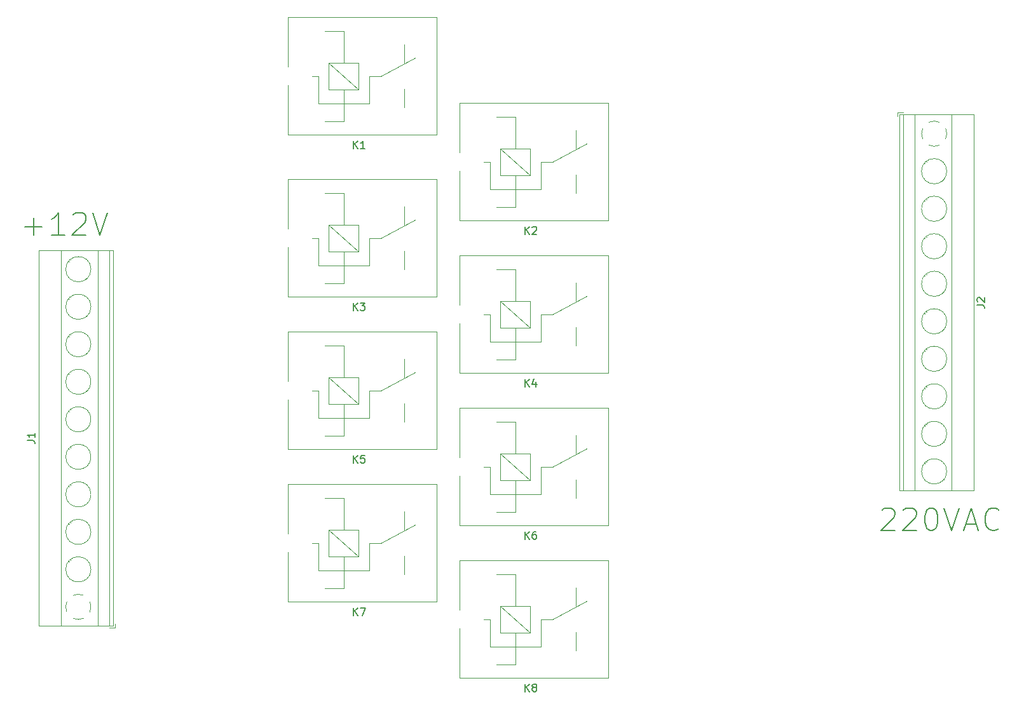
<source format=gbr>
%TF.GenerationSoftware,KiCad,Pcbnew,7.0.8*%
%TF.CreationDate,2024-12-20T13:03:20+01:00*%
%TF.ProjectId,NosacReleja,4e6f7361-6352-4656-9c65-6a612e6b6963,rev?*%
%TF.SameCoordinates,Original*%
%TF.FileFunction,Legend,Top*%
%TF.FilePolarity,Positive*%
%FSLAX46Y46*%
G04 Gerber Fmt 4.6, Leading zero omitted, Abs format (unit mm)*
G04 Created by KiCad (PCBNEW 7.0.8) date 2024-12-20 13:03:20*
%MOMM*%
%LPD*%
G01*
G04 APERTURE LIST*
%ADD10C,0.150000*%
%ADD11C,0.120000*%
G04 APERTURE END LIST*
D10*
X153070112Y-103590771D02*
X153212969Y-103447914D01*
X153212969Y-103447914D02*
X153498684Y-103305057D01*
X153498684Y-103305057D02*
X154212969Y-103305057D01*
X154212969Y-103305057D02*
X154498684Y-103447914D01*
X154498684Y-103447914D02*
X154641541Y-103590771D01*
X154641541Y-103590771D02*
X154784398Y-103876485D01*
X154784398Y-103876485D02*
X154784398Y-104162200D01*
X154784398Y-104162200D02*
X154641541Y-104590771D01*
X154641541Y-104590771D02*
X152927255Y-106305057D01*
X152927255Y-106305057D02*
X154784398Y-106305057D01*
X155927255Y-103590771D02*
X156070112Y-103447914D01*
X156070112Y-103447914D02*
X156355827Y-103305057D01*
X156355827Y-103305057D02*
X157070112Y-103305057D01*
X157070112Y-103305057D02*
X157355827Y-103447914D01*
X157355827Y-103447914D02*
X157498684Y-103590771D01*
X157498684Y-103590771D02*
X157641541Y-103876485D01*
X157641541Y-103876485D02*
X157641541Y-104162200D01*
X157641541Y-104162200D02*
X157498684Y-104590771D01*
X157498684Y-104590771D02*
X155784398Y-106305057D01*
X155784398Y-106305057D02*
X157641541Y-106305057D01*
X159498684Y-103305057D02*
X159784398Y-103305057D01*
X159784398Y-103305057D02*
X160070112Y-103447914D01*
X160070112Y-103447914D02*
X160212970Y-103590771D01*
X160212970Y-103590771D02*
X160355827Y-103876485D01*
X160355827Y-103876485D02*
X160498684Y-104447914D01*
X160498684Y-104447914D02*
X160498684Y-105162200D01*
X160498684Y-105162200D02*
X160355827Y-105733628D01*
X160355827Y-105733628D02*
X160212970Y-106019342D01*
X160212970Y-106019342D02*
X160070112Y-106162200D01*
X160070112Y-106162200D02*
X159784398Y-106305057D01*
X159784398Y-106305057D02*
X159498684Y-106305057D01*
X159498684Y-106305057D02*
X159212970Y-106162200D01*
X159212970Y-106162200D02*
X159070112Y-106019342D01*
X159070112Y-106019342D02*
X158927255Y-105733628D01*
X158927255Y-105733628D02*
X158784398Y-105162200D01*
X158784398Y-105162200D02*
X158784398Y-104447914D01*
X158784398Y-104447914D02*
X158927255Y-103876485D01*
X158927255Y-103876485D02*
X159070112Y-103590771D01*
X159070112Y-103590771D02*
X159212970Y-103447914D01*
X159212970Y-103447914D02*
X159498684Y-103305057D01*
X161355827Y-103305057D02*
X162355827Y-106305057D01*
X162355827Y-106305057D02*
X163355827Y-103305057D01*
X164212970Y-105447914D02*
X165641542Y-105447914D01*
X163927256Y-106305057D02*
X164927256Y-103305057D01*
X164927256Y-103305057D02*
X165927256Y-106305057D01*
X168641542Y-106019342D02*
X168498685Y-106162200D01*
X168498685Y-106162200D02*
X168070113Y-106305057D01*
X168070113Y-106305057D02*
X167784399Y-106305057D01*
X167784399Y-106305057D02*
X167355828Y-106162200D01*
X167355828Y-106162200D02*
X167070113Y-105876485D01*
X167070113Y-105876485D02*
X166927256Y-105590771D01*
X166927256Y-105590771D02*
X166784399Y-105019342D01*
X166784399Y-105019342D02*
X166784399Y-104590771D01*
X166784399Y-104590771D02*
X166927256Y-104019342D01*
X166927256Y-104019342D02*
X167070113Y-103733628D01*
X167070113Y-103733628D02*
X167355828Y-103447914D01*
X167355828Y-103447914D02*
X167784399Y-103305057D01*
X167784399Y-103305057D02*
X168070113Y-103305057D01*
X168070113Y-103305057D02*
X168498685Y-103447914D01*
X168498685Y-103447914D02*
X168641542Y-103590771D01*
X38912969Y-65792200D02*
X41198684Y-65792200D01*
X40055826Y-66935057D02*
X40055826Y-64649342D01*
X44198684Y-66935057D02*
X42484398Y-66935057D01*
X43341541Y-66935057D02*
X43341541Y-63935057D01*
X43341541Y-63935057D02*
X43055827Y-64363628D01*
X43055827Y-64363628D02*
X42770112Y-64649342D01*
X42770112Y-64649342D02*
X42484398Y-64792200D01*
X45341541Y-64220771D02*
X45484398Y-64077914D01*
X45484398Y-64077914D02*
X45770113Y-63935057D01*
X45770113Y-63935057D02*
X46484398Y-63935057D01*
X46484398Y-63935057D02*
X46770113Y-64077914D01*
X46770113Y-64077914D02*
X46912970Y-64220771D01*
X46912970Y-64220771D02*
X47055827Y-64506485D01*
X47055827Y-64506485D02*
X47055827Y-64792200D01*
X47055827Y-64792200D02*
X46912970Y-65220771D01*
X46912970Y-65220771D02*
X45198684Y-66935057D01*
X45198684Y-66935057D02*
X47055827Y-66935057D01*
X47912970Y-63935057D02*
X48912970Y-66935057D01*
X48912970Y-66935057D02*
X49912970Y-63935057D01*
X105541905Y-107444819D02*
X105541905Y-106444819D01*
X106113333Y-107444819D02*
X105684762Y-106873390D01*
X106113333Y-106444819D02*
X105541905Y-107016247D01*
X106970476Y-106444819D02*
X106780000Y-106444819D01*
X106780000Y-106444819D02*
X106684762Y-106492438D01*
X106684762Y-106492438D02*
X106637143Y-106540057D01*
X106637143Y-106540057D02*
X106541905Y-106682914D01*
X106541905Y-106682914D02*
X106494286Y-106873390D01*
X106494286Y-106873390D02*
X106494286Y-107254342D01*
X106494286Y-107254342D02*
X106541905Y-107349580D01*
X106541905Y-107349580D02*
X106589524Y-107397200D01*
X106589524Y-107397200D02*
X106684762Y-107444819D01*
X106684762Y-107444819D02*
X106875238Y-107444819D01*
X106875238Y-107444819D02*
X106970476Y-107397200D01*
X106970476Y-107397200D02*
X107018095Y-107349580D01*
X107018095Y-107349580D02*
X107065714Y-107254342D01*
X107065714Y-107254342D02*
X107065714Y-107016247D01*
X107065714Y-107016247D02*
X107018095Y-106921009D01*
X107018095Y-106921009D02*
X106970476Y-106873390D01*
X106970476Y-106873390D02*
X106875238Y-106825771D01*
X106875238Y-106825771D02*
X106684762Y-106825771D01*
X106684762Y-106825771D02*
X106589524Y-106873390D01*
X106589524Y-106873390D02*
X106541905Y-106921009D01*
X106541905Y-106921009D02*
X106494286Y-107016247D01*
X165734819Y-76253333D02*
X166449104Y-76253333D01*
X166449104Y-76253333D02*
X166591961Y-76300952D01*
X166591961Y-76300952D02*
X166687200Y-76396190D01*
X166687200Y-76396190D02*
X166734819Y-76539047D01*
X166734819Y-76539047D02*
X166734819Y-76634285D01*
X165830057Y-75824761D02*
X165782438Y-75777142D01*
X165782438Y-75777142D02*
X165734819Y-75681904D01*
X165734819Y-75681904D02*
X165734819Y-75443809D01*
X165734819Y-75443809D02*
X165782438Y-75348571D01*
X165782438Y-75348571D02*
X165830057Y-75300952D01*
X165830057Y-75300952D02*
X165925295Y-75253333D01*
X165925295Y-75253333D02*
X166020533Y-75253333D01*
X166020533Y-75253333D02*
X166163390Y-75300952D01*
X166163390Y-75300952D02*
X166734819Y-75872380D01*
X166734819Y-75872380D02*
X166734819Y-75253333D01*
X105541905Y-127764819D02*
X105541905Y-126764819D01*
X106113333Y-127764819D02*
X105684762Y-127193390D01*
X106113333Y-126764819D02*
X105541905Y-127336247D01*
X106684762Y-127193390D02*
X106589524Y-127145771D01*
X106589524Y-127145771D02*
X106541905Y-127098152D01*
X106541905Y-127098152D02*
X106494286Y-127002914D01*
X106494286Y-127002914D02*
X106494286Y-126955295D01*
X106494286Y-126955295D02*
X106541905Y-126860057D01*
X106541905Y-126860057D02*
X106589524Y-126812438D01*
X106589524Y-126812438D02*
X106684762Y-126764819D01*
X106684762Y-126764819D02*
X106875238Y-126764819D01*
X106875238Y-126764819D02*
X106970476Y-126812438D01*
X106970476Y-126812438D02*
X107018095Y-126860057D01*
X107018095Y-126860057D02*
X107065714Y-126955295D01*
X107065714Y-126955295D02*
X107065714Y-127002914D01*
X107065714Y-127002914D02*
X107018095Y-127098152D01*
X107018095Y-127098152D02*
X106970476Y-127145771D01*
X106970476Y-127145771D02*
X106875238Y-127193390D01*
X106875238Y-127193390D02*
X106684762Y-127193390D01*
X106684762Y-127193390D02*
X106589524Y-127241009D01*
X106589524Y-127241009D02*
X106541905Y-127288628D01*
X106541905Y-127288628D02*
X106494286Y-127383866D01*
X106494286Y-127383866D02*
X106494286Y-127574342D01*
X106494286Y-127574342D02*
X106541905Y-127669580D01*
X106541905Y-127669580D02*
X106589524Y-127717200D01*
X106589524Y-127717200D02*
X106684762Y-127764819D01*
X106684762Y-127764819D02*
X106875238Y-127764819D01*
X106875238Y-127764819D02*
X106970476Y-127717200D01*
X106970476Y-127717200D02*
X107018095Y-127669580D01*
X107018095Y-127669580D02*
X107065714Y-127574342D01*
X107065714Y-127574342D02*
X107065714Y-127383866D01*
X107065714Y-127383866D02*
X107018095Y-127288628D01*
X107018095Y-127288628D02*
X106970476Y-127241009D01*
X106970476Y-127241009D02*
X106875238Y-127193390D01*
X82681905Y-76964819D02*
X82681905Y-75964819D01*
X83253333Y-76964819D02*
X82824762Y-76393390D01*
X83253333Y-75964819D02*
X82681905Y-76536247D01*
X83586667Y-75964819D02*
X84205714Y-75964819D01*
X84205714Y-75964819D02*
X83872381Y-76345771D01*
X83872381Y-76345771D02*
X84015238Y-76345771D01*
X84015238Y-76345771D02*
X84110476Y-76393390D01*
X84110476Y-76393390D02*
X84158095Y-76441009D01*
X84158095Y-76441009D02*
X84205714Y-76536247D01*
X84205714Y-76536247D02*
X84205714Y-76774342D01*
X84205714Y-76774342D02*
X84158095Y-76869580D01*
X84158095Y-76869580D02*
X84110476Y-76917200D01*
X84110476Y-76917200D02*
X84015238Y-76964819D01*
X84015238Y-76964819D02*
X83729524Y-76964819D01*
X83729524Y-76964819D02*
X83634286Y-76917200D01*
X83634286Y-76917200D02*
X83586667Y-76869580D01*
X39219819Y-94313333D02*
X39934104Y-94313333D01*
X39934104Y-94313333D02*
X40076961Y-94360952D01*
X40076961Y-94360952D02*
X40172200Y-94456190D01*
X40172200Y-94456190D02*
X40219819Y-94599047D01*
X40219819Y-94599047D02*
X40219819Y-94694285D01*
X40219819Y-93313333D02*
X40219819Y-93884761D01*
X40219819Y-93599047D02*
X39219819Y-93599047D01*
X39219819Y-93599047D02*
X39362676Y-93694285D01*
X39362676Y-93694285D02*
X39457914Y-93789523D01*
X39457914Y-93789523D02*
X39505533Y-93884761D01*
X82681905Y-97284819D02*
X82681905Y-96284819D01*
X83253333Y-97284819D02*
X82824762Y-96713390D01*
X83253333Y-96284819D02*
X82681905Y-96856247D01*
X84158095Y-96284819D02*
X83681905Y-96284819D01*
X83681905Y-96284819D02*
X83634286Y-96761009D01*
X83634286Y-96761009D02*
X83681905Y-96713390D01*
X83681905Y-96713390D02*
X83777143Y-96665771D01*
X83777143Y-96665771D02*
X84015238Y-96665771D01*
X84015238Y-96665771D02*
X84110476Y-96713390D01*
X84110476Y-96713390D02*
X84158095Y-96761009D01*
X84158095Y-96761009D02*
X84205714Y-96856247D01*
X84205714Y-96856247D02*
X84205714Y-97094342D01*
X84205714Y-97094342D02*
X84158095Y-97189580D01*
X84158095Y-97189580D02*
X84110476Y-97237200D01*
X84110476Y-97237200D02*
X84015238Y-97284819D01*
X84015238Y-97284819D02*
X83777143Y-97284819D01*
X83777143Y-97284819D02*
X83681905Y-97237200D01*
X83681905Y-97237200D02*
X83634286Y-97189580D01*
X82681905Y-55374819D02*
X82681905Y-54374819D01*
X83253333Y-55374819D02*
X82824762Y-54803390D01*
X83253333Y-54374819D02*
X82681905Y-54946247D01*
X84205714Y-55374819D02*
X83634286Y-55374819D01*
X83920000Y-55374819D02*
X83920000Y-54374819D01*
X83920000Y-54374819D02*
X83824762Y-54517676D01*
X83824762Y-54517676D02*
X83729524Y-54612914D01*
X83729524Y-54612914D02*
X83634286Y-54660533D01*
X105541905Y-66804819D02*
X105541905Y-65804819D01*
X106113333Y-66804819D02*
X105684762Y-66233390D01*
X106113333Y-65804819D02*
X105541905Y-66376247D01*
X106494286Y-65900057D02*
X106541905Y-65852438D01*
X106541905Y-65852438D02*
X106637143Y-65804819D01*
X106637143Y-65804819D02*
X106875238Y-65804819D01*
X106875238Y-65804819D02*
X106970476Y-65852438D01*
X106970476Y-65852438D02*
X107018095Y-65900057D01*
X107018095Y-65900057D02*
X107065714Y-65995295D01*
X107065714Y-65995295D02*
X107065714Y-66090533D01*
X107065714Y-66090533D02*
X107018095Y-66233390D01*
X107018095Y-66233390D02*
X106446667Y-66804819D01*
X106446667Y-66804819D02*
X107065714Y-66804819D01*
X82681905Y-117604819D02*
X82681905Y-116604819D01*
X83253333Y-117604819D02*
X82824762Y-117033390D01*
X83253333Y-116604819D02*
X82681905Y-117176247D01*
X83586667Y-116604819D02*
X84253333Y-116604819D01*
X84253333Y-116604819D02*
X83824762Y-117604819D01*
X105541905Y-87124819D02*
X105541905Y-86124819D01*
X106113333Y-87124819D02*
X105684762Y-86553390D01*
X106113333Y-86124819D02*
X105541905Y-86696247D01*
X106970476Y-86458152D02*
X106970476Y-87124819D01*
X106732381Y-86077200D02*
X106494286Y-86791485D01*
X106494286Y-86791485D02*
X107113333Y-86791485D01*
D11*
%TO.C,K6*%
X96780000Y-89990000D02*
X96780000Y-96590000D01*
X96780000Y-89990000D02*
X116580000Y-89990000D01*
X96780000Y-98990000D02*
X96780000Y-105590000D01*
X100830000Y-97840000D02*
X100030000Y-97840000D01*
X100830000Y-97840000D02*
X100830000Y-101440000D01*
X101730000Y-103840000D02*
X104230000Y-103840000D01*
X102230000Y-96040000D02*
X106230000Y-96040000D01*
X102230000Y-99640000D02*
X102230000Y-96040000D01*
X104230000Y-91840000D02*
X101730000Y-91840000D01*
X104230000Y-91840000D02*
X104230000Y-96040000D01*
X104230000Y-99640000D02*
X104230000Y-103840000D01*
X106230000Y-96040000D02*
X106230000Y-99640000D01*
X106230000Y-99640000D02*
X102230000Y-96040000D01*
X106230000Y-99640000D02*
X102230000Y-99640000D01*
X107630000Y-97840000D02*
X107630000Y-101440000D01*
X107630000Y-97840000D02*
X109130000Y-97840000D01*
X107630000Y-101440000D02*
X100830000Y-101440000D01*
X109130000Y-97840000D02*
X113730000Y-95340000D01*
X112330000Y-93590000D02*
X112330000Y-96090000D01*
X112330000Y-101990000D02*
X112330000Y-99540000D01*
X116580000Y-89990000D02*
X116580000Y-105590000D01*
X116580000Y-105590000D02*
X96780000Y-105590000D01*
%TO.C,J2*%
X155860000Y-50620000D02*
X155120000Y-50620000D01*
X155120000Y-50620000D02*
X155120000Y-51120000D01*
X165281000Y-50860000D02*
X155360000Y-50860000D01*
X165281000Y-50860000D02*
X165281000Y-100980000D01*
X162321000Y-50860000D02*
X162321000Y-100980000D01*
X157420000Y-50860000D02*
X157420000Y-100980000D01*
X155920000Y-50860000D02*
X155920000Y-100980000D01*
X155360000Y-50860000D02*
X155360000Y-100980000D01*
X158997000Y-57193000D02*
X158951000Y-57146000D01*
X158781000Y-57386000D02*
X158746000Y-57351000D01*
X161295000Y-59490000D02*
X161259000Y-59455000D01*
X161089000Y-59695000D02*
X161043000Y-59648000D01*
X158997000Y-62193000D02*
X158951000Y-62146000D01*
X158781000Y-62386000D02*
X158746000Y-62351000D01*
X161295000Y-64490000D02*
X161259000Y-64455000D01*
X161089000Y-64695000D02*
X161043000Y-64648000D01*
X158997000Y-67193000D02*
X158951000Y-67146000D01*
X158781000Y-67386000D02*
X158746000Y-67351000D01*
X161295000Y-69490000D02*
X161259000Y-69455000D01*
X161089000Y-69695000D02*
X161043000Y-69648000D01*
X158997000Y-72193000D02*
X158951000Y-72146000D01*
X158781000Y-72386000D02*
X158746000Y-72351000D01*
X161295000Y-74490000D02*
X161259000Y-74455000D01*
X161089000Y-74695000D02*
X161043000Y-74648000D01*
X158997000Y-77193000D02*
X158951000Y-77146000D01*
X158781000Y-77386000D02*
X158746000Y-77351000D01*
X161295000Y-79490000D02*
X161259000Y-79455000D01*
X161089000Y-79695000D02*
X161043000Y-79648000D01*
X158997000Y-82193000D02*
X158951000Y-82146000D01*
X158781000Y-82386000D02*
X158746000Y-82351000D01*
X161295000Y-84490000D02*
X161259000Y-84455000D01*
X161089000Y-84695000D02*
X161043000Y-84648000D01*
X158997000Y-87193000D02*
X158951000Y-87146000D01*
X158781000Y-87386000D02*
X158746000Y-87351000D01*
X161295000Y-89490000D02*
X161259000Y-89455000D01*
X161089000Y-89695000D02*
X161043000Y-89648000D01*
X158997000Y-92193000D02*
X158951000Y-92146000D01*
X158781000Y-92386000D02*
X158746000Y-92351000D01*
X161295000Y-94490000D02*
X161259000Y-94455000D01*
X161089000Y-94695000D02*
X161043000Y-94648000D01*
X158997000Y-97193000D02*
X158951000Y-97146000D01*
X158781000Y-97386000D02*
X158746000Y-97351000D01*
X161295000Y-99490000D02*
X161259000Y-99455000D01*
X161089000Y-99695000D02*
X161043000Y-99648000D01*
X165281000Y-100980000D02*
X155360000Y-100980000D01*
X160703999Y-51885001D02*
G75*
G03*
X159336958Y-51884574I-684000J-1534992D01*
G01*
X161554999Y-54103999D02*
G75*
G03*
X161555426Y-52736958I-1534992J684000D01*
G01*
X158485001Y-52736000D02*
G75*
G03*
X158339748Y-53448805I1535000J-683999D01*
G01*
X158340001Y-53420000D02*
G75*
G03*
X158485245Y-54103318I1679999J0D01*
G01*
X159336000Y-54955000D02*
G75*
G03*
X160703042Y-54955426I684000J1535000D01*
G01*
X161700000Y-58420000D02*
G75*
G03*
X161700000Y-58420000I-1680000J0D01*
G01*
X161700000Y-63420000D02*
G75*
G03*
X161700000Y-63420000I-1680000J0D01*
G01*
X161700000Y-68420000D02*
G75*
G03*
X161700000Y-68420000I-1680000J0D01*
G01*
X161700000Y-73420000D02*
G75*
G03*
X161700000Y-73420000I-1680000J0D01*
G01*
X161700000Y-78420000D02*
G75*
G03*
X161700000Y-78420000I-1680000J0D01*
G01*
X161700000Y-83420000D02*
G75*
G03*
X161700000Y-83420000I-1680000J0D01*
G01*
X161700000Y-88420000D02*
G75*
G03*
X161700000Y-88420000I-1680000J0D01*
G01*
X161700000Y-93420000D02*
G75*
G03*
X161700000Y-93420000I-1680000J0D01*
G01*
X161700000Y-98420000D02*
G75*
G03*
X161700000Y-98420000I-1680000J0D01*
G01*
%TO.C,K8*%
X96780000Y-110310000D02*
X96780000Y-116910000D01*
X96780000Y-110310000D02*
X116580000Y-110310000D01*
X96780000Y-119310000D02*
X96780000Y-125910000D01*
X100830000Y-118160000D02*
X100030000Y-118160000D01*
X100830000Y-118160000D02*
X100830000Y-121760000D01*
X101730000Y-124160000D02*
X104230000Y-124160000D01*
X102230000Y-116360000D02*
X106230000Y-116360000D01*
X102230000Y-119960000D02*
X102230000Y-116360000D01*
X104230000Y-112160000D02*
X101730000Y-112160000D01*
X104230000Y-112160000D02*
X104230000Y-116360000D01*
X104230000Y-119960000D02*
X104230000Y-124160000D01*
X106230000Y-116360000D02*
X106230000Y-119960000D01*
X106230000Y-119960000D02*
X102230000Y-116360000D01*
X106230000Y-119960000D02*
X102230000Y-119960000D01*
X107630000Y-118160000D02*
X107630000Y-121760000D01*
X107630000Y-118160000D02*
X109130000Y-118160000D01*
X107630000Y-121760000D02*
X100830000Y-121760000D01*
X109130000Y-118160000D02*
X113730000Y-115660000D01*
X112330000Y-113910000D02*
X112330000Y-116410000D01*
X112330000Y-122310000D02*
X112330000Y-119860000D01*
X116580000Y-110310000D02*
X116580000Y-125910000D01*
X116580000Y-125910000D02*
X96780000Y-125910000D01*
%TO.C,K3*%
X73920000Y-59510000D02*
X73920000Y-66110000D01*
X73920000Y-59510000D02*
X93720000Y-59510000D01*
X73920000Y-68510000D02*
X73920000Y-75110000D01*
X77970000Y-67360000D02*
X77170000Y-67360000D01*
X77970000Y-67360000D02*
X77970000Y-70960000D01*
X78870000Y-73360000D02*
X81370000Y-73360000D01*
X79370000Y-65560000D02*
X83370000Y-65560000D01*
X79370000Y-69160000D02*
X79370000Y-65560000D01*
X81370000Y-61360000D02*
X78870000Y-61360000D01*
X81370000Y-61360000D02*
X81370000Y-65560000D01*
X81370000Y-69160000D02*
X81370000Y-73360000D01*
X83370000Y-65560000D02*
X83370000Y-69160000D01*
X83370000Y-69160000D02*
X79370000Y-65560000D01*
X83370000Y-69160000D02*
X79370000Y-69160000D01*
X84770000Y-67360000D02*
X84770000Y-70960000D01*
X84770000Y-67360000D02*
X86270000Y-67360000D01*
X84770000Y-70960000D02*
X77970000Y-70960000D01*
X86270000Y-67360000D02*
X90870000Y-64860000D01*
X89470000Y-63110000D02*
X89470000Y-65610000D01*
X89470000Y-71510000D02*
X89470000Y-69060000D01*
X93720000Y-59510000D02*
X93720000Y-75110000D01*
X93720000Y-75110000D02*
X73920000Y-75110000D01*
%TO.C,J1*%
X50185000Y-119280000D02*
X50925000Y-119280000D01*
X50925000Y-119280000D02*
X50925000Y-118780000D01*
X40764000Y-119040000D02*
X50685000Y-119040000D01*
X40764000Y-119040000D02*
X40764000Y-68920000D01*
X43724000Y-119040000D02*
X43724000Y-68920000D01*
X48625000Y-119040000D02*
X48625000Y-68920000D01*
X50125000Y-119040000D02*
X50125000Y-68920000D01*
X50685000Y-119040000D02*
X50685000Y-68920000D01*
X47048000Y-112707000D02*
X47094000Y-112754000D01*
X47264000Y-112514000D02*
X47299000Y-112549000D01*
X44750000Y-110410000D02*
X44786000Y-110445000D01*
X44956000Y-110205000D02*
X45002000Y-110252000D01*
X47048000Y-107707000D02*
X47094000Y-107754000D01*
X47264000Y-107514000D02*
X47299000Y-107549000D01*
X44750000Y-105410000D02*
X44786000Y-105445000D01*
X44956000Y-105205000D02*
X45002000Y-105252000D01*
X47048000Y-102707000D02*
X47094000Y-102754000D01*
X47264000Y-102514000D02*
X47299000Y-102549000D01*
X44750000Y-100410000D02*
X44786000Y-100445000D01*
X44956000Y-100205000D02*
X45002000Y-100252000D01*
X47048000Y-97707000D02*
X47094000Y-97754000D01*
X47264000Y-97514000D02*
X47299000Y-97549000D01*
X44750000Y-95410000D02*
X44786000Y-95445000D01*
X44956000Y-95205000D02*
X45002000Y-95252000D01*
X47048000Y-92707000D02*
X47094000Y-92754000D01*
X47264000Y-92514000D02*
X47299000Y-92549000D01*
X44750000Y-90410000D02*
X44786000Y-90445000D01*
X44956000Y-90205000D02*
X45002000Y-90252000D01*
X47048000Y-87707000D02*
X47094000Y-87754000D01*
X47264000Y-87514000D02*
X47299000Y-87549000D01*
X44750000Y-85410000D02*
X44786000Y-85445000D01*
X44956000Y-85205000D02*
X45002000Y-85252000D01*
X47048000Y-82707000D02*
X47094000Y-82754000D01*
X47264000Y-82514000D02*
X47299000Y-82549000D01*
X44750000Y-80410000D02*
X44786000Y-80445000D01*
X44956000Y-80205000D02*
X45002000Y-80252000D01*
X47048000Y-77707000D02*
X47094000Y-77754000D01*
X47264000Y-77514000D02*
X47299000Y-77549000D01*
X44750000Y-75410000D02*
X44786000Y-75445000D01*
X44956000Y-75205000D02*
X45002000Y-75252000D01*
X47048000Y-72707000D02*
X47094000Y-72754000D01*
X47264000Y-72514000D02*
X47299000Y-72549000D01*
X44750000Y-70410000D02*
X44786000Y-70445000D01*
X44956000Y-70205000D02*
X45002000Y-70252000D01*
X40764000Y-68920000D02*
X50685000Y-68920000D01*
X45341001Y-118014999D02*
G75*
G03*
X46708042Y-118015426I684000J1534992D01*
G01*
X44490001Y-115796001D02*
G75*
G03*
X44489574Y-117163042I1534992J-684000D01*
G01*
X47559999Y-117164000D02*
G75*
G03*
X47705252Y-116451195I-1535000J683999D01*
G01*
X47704999Y-116480000D02*
G75*
G03*
X47559755Y-115796682I-1679999J0D01*
G01*
X46709000Y-114945000D02*
G75*
G03*
X45341958Y-114944574I-684000J-1535000D01*
G01*
X47705000Y-111480000D02*
G75*
G03*
X47705000Y-111480000I-1680000J0D01*
G01*
X47705000Y-106480000D02*
G75*
G03*
X47705000Y-106480000I-1680000J0D01*
G01*
X47705000Y-101480000D02*
G75*
G03*
X47705000Y-101480000I-1680000J0D01*
G01*
X47705000Y-96480000D02*
G75*
G03*
X47705000Y-96480000I-1680000J0D01*
G01*
X47705000Y-91480000D02*
G75*
G03*
X47705000Y-91480000I-1680000J0D01*
G01*
X47705000Y-86480000D02*
G75*
G03*
X47705000Y-86480000I-1680000J0D01*
G01*
X47705000Y-81480000D02*
G75*
G03*
X47705000Y-81480000I-1680000J0D01*
G01*
X47705000Y-76480000D02*
G75*
G03*
X47705000Y-76480000I-1680000J0D01*
G01*
X47705000Y-71480000D02*
G75*
G03*
X47705000Y-71480000I-1680000J0D01*
G01*
%TO.C,K5*%
X73920000Y-79830000D02*
X73920000Y-86430000D01*
X73920000Y-79830000D02*
X93720000Y-79830000D01*
X73920000Y-88830000D02*
X73920000Y-95430000D01*
X77970000Y-87680000D02*
X77170000Y-87680000D01*
X77970000Y-87680000D02*
X77970000Y-91280000D01*
X78870000Y-93680000D02*
X81370000Y-93680000D01*
X79370000Y-85880000D02*
X83370000Y-85880000D01*
X79370000Y-89480000D02*
X79370000Y-85880000D01*
X81370000Y-81680000D02*
X78870000Y-81680000D01*
X81370000Y-81680000D02*
X81370000Y-85880000D01*
X81370000Y-89480000D02*
X81370000Y-93680000D01*
X83370000Y-85880000D02*
X83370000Y-89480000D01*
X83370000Y-89480000D02*
X79370000Y-85880000D01*
X83370000Y-89480000D02*
X79370000Y-89480000D01*
X84770000Y-87680000D02*
X84770000Y-91280000D01*
X84770000Y-87680000D02*
X86270000Y-87680000D01*
X84770000Y-91280000D02*
X77970000Y-91280000D01*
X86270000Y-87680000D02*
X90870000Y-85180000D01*
X89470000Y-83430000D02*
X89470000Y-85930000D01*
X89470000Y-91830000D02*
X89470000Y-89380000D01*
X93720000Y-79830000D02*
X93720000Y-95430000D01*
X93720000Y-95430000D02*
X73920000Y-95430000D01*
%TO.C,K1*%
X73920000Y-37920000D02*
X73920000Y-44520000D01*
X73920000Y-37920000D02*
X93720000Y-37920000D01*
X73920000Y-46920000D02*
X73920000Y-53520000D01*
X77970000Y-45770000D02*
X77170000Y-45770000D01*
X77970000Y-45770000D02*
X77970000Y-49370000D01*
X78870000Y-51770000D02*
X81370000Y-51770000D01*
X79370000Y-43970000D02*
X83370000Y-43970000D01*
X79370000Y-47570000D02*
X79370000Y-43970000D01*
X81370000Y-39770000D02*
X78870000Y-39770000D01*
X81370000Y-39770000D02*
X81370000Y-43970000D01*
X81370000Y-47570000D02*
X81370000Y-51770000D01*
X83370000Y-43970000D02*
X83370000Y-47570000D01*
X83370000Y-47570000D02*
X79370000Y-43970000D01*
X83370000Y-47570000D02*
X79370000Y-47570000D01*
X84770000Y-45770000D02*
X84770000Y-49370000D01*
X84770000Y-45770000D02*
X86270000Y-45770000D01*
X84770000Y-49370000D02*
X77970000Y-49370000D01*
X86270000Y-45770000D02*
X90870000Y-43270000D01*
X89470000Y-41520000D02*
X89470000Y-44020000D01*
X89470000Y-49920000D02*
X89470000Y-47470000D01*
X93720000Y-37920000D02*
X93720000Y-53520000D01*
X93720000Y-53520000D02*
X73920000Y-53520000D01*
%TO.C,K2*%
X96780000Y-49350000D02*
X96780000Y-55950000D01*
X96780000Y-49350000D02*
X116580000Y-49350000D01*
X96780000Y-58350000D02*
X96780000Y-64950000D01*
X100830000Y-57200000D02*
X100030000Y-57200000D01*
X100830000Y-57200000D02*
X100830000Y-60800000D01*
X101730000Y-63200000D02*
X104230000Y-63200000D01*
X102230000Y-55400000D02*
X106230000Y-55400000D01*
X102230000Y-59000000D02*
X102230000Y-55400000D01*
X104230000Y-51200000D02*
X101730000Y-51200000D01*
X104230000Y-51200000D02*
X104230000Y-55400000D01*
X104230000Y-59000000D02*
X104230000Y-63200000D01*
X106230000Y-55400000D02*
X106230000Y-59000000D01*
X106230000Y-59000000D02*
X102230000Y-55400000D01*
X106230000Y-59000000D02*
X102230000Y-59000000D01*
X107630000Y-57200000D02*
X107630000Y-60800000D01*
X107630000Y-57200000D02*
X109130000Y-57200000D01*
X107630000Y-60800000D02*
X100830000Y-60800000D01*
X109130000Y-57200000D02*
X113730000Y-54700000D01*
X112330000Y-52950000D02*
X112330000Y-55450000D01*
X112330000Y-61350000D02*
X112330000Y-58900000D01*
X116580000Y-49350000D02*
X116580000Y-64950000D01*
X116580000Y-64950000D02*
X96780000Y-64950000D01*
%TO.C,K7*%
X73920000Y-100150000D02*
X73920000Y-106750000D01*
X73920000Y-100150000D02*
X93720000Y-100150000D01*
X73920000Y-109150000D02*
X73920000Y-115750000D01*
X77970000Y-108000000D02*
X77170000Y-108000000D01*
X77970000Y-108000000D02*
X77970000Y-111600000D01*
X78870000Y-114000000D02*
X81370000Y-114000000D01*
X79370000Y-106200000D02*
X83370000Y-106200000D01*
X79370000Y-109800000D02*
X79370000Y-106200000D01*
X81370000Y-102000000D02*
X78870000Y-102000000D01*
X81370000Y-102000000D02*
X81370000Y-106200000D01*
X81370000Y-109800000D02*
X81370000Y-114000000D01*
X83370000Y-106200000D02*
X83370000Y-109800000D01*
X83370000Y-109800000D02*
X79370000Y-106200000D01*
X83370000Y-109800000D02*
X79370000Y-109800000D01*
X84770000Y-108000000D02*
X84770000Y-111600000D01*
X84770000Y-108000000D02*
X86270000Y-108000000D01*
X84770000Y-111600000D02*
X77970000Y-111600000D01*
X86270000Y-108000000D02*
X90870000Y-105500000D01*
X89470000Y-103750000D02*
X89470000Y-106250000D01*
X89470000Y-112150000D02*
X89470000Y-109700000D01*
X93720000Y-100150000D02*
X93720000Y-115750000D01*
X93720000Y-115750000D02*
X73920000Y-115750000D01*
%TO.C,K4*%
X96780000Y-69670000D02*
X96780000Y-76270000D01*
X96780000Y-69670000D02*
X116580000Y-69670000D01*
X96780000Y-78670000D02*
X96780000Y-85270000D01*
X100830000Y-77520000D02*
X100030000Y-77520000D01*
X100830000Y-77520000D02*
X100830000Y-81120000D01*
X101730000Y-83520000D02*
X104230000Y-83520000D01*
X102230000Y-75720000D02*
X106230000Y-75720000D01*
X102230000Y-79320000D02*
X102230000Y-75720000D01*
X104230000Y-71520000D02*
X101730000Y-71520000D01*
X104230000Y-71520000D02*
X104230000Y-75720000D01*
X104230000Y-79320000D02*
X104230000Y-83520000D01*
X106230000Y-75720000D02*
X106230000Y-79320000D01*
X106230000Y-79320000D02*
X102230000Y-75720000D01*
X106230000Y-79320000D02*
X102230000Y-79320000D01*
X107630000Y-77520000D02*
X107630000Y-81120000D01*
X107630000Y-77520000D02*
X109130000Y-77520000D01*
X107630000Y-81120000D02*
X100830000Y-81120000D01*
X109130000Y-77520000D02*
X113730000Y-75020000D01*
X112330000Y-73270000D02*
X112330000Y-75770000D01*
X112330000Y-81670000D02*
X112330000Y-79220000D01*
X116580000Y-69670000D02*
X116580000Y-85270000D01*
X116580000Y-85270000D02*
X96780000Y-85270000D01*
%TD*%
M02*

</source>
